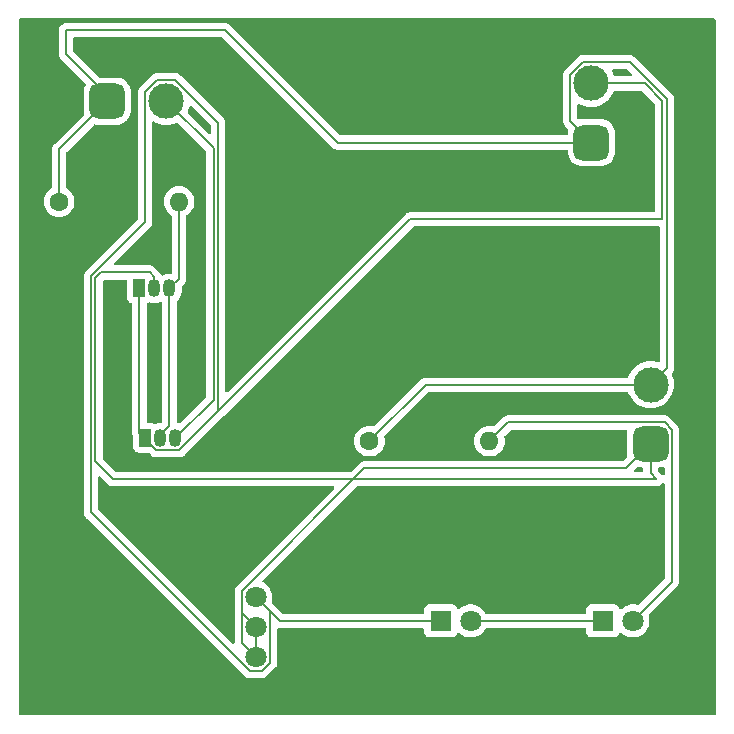
<source format=gbr>
%TF.GenerationSoftware,KiCad,Pcbnew,8.0.8*%
%TF.CreationDate,2025-04-07T00:16:05+05:30*%
%TF.ProjectId,CA-3_PCB,43412d33-5f50-4434-922e-6b696361645f,rev?*%
%TF.SameCoordinates,Original*%
%TF.FileFunction,Copper,L1,Top*%
%TF.FilePolarity,Positive*%
%FSLAX46Y46*%
G04 Gerber Fmt 4.6, Leading zero omitted, Abs format (unit mm)*
G04 Created by KiCad (PCBNEW 8.0.8) date 2025-04-07 00:16:05*
%MOMM*%
%LPD*%
G01*
G04 APERTURE LIST*
G04 Aperture macros list*
%AMRoundRect*
0 Rectangle with rounded corners*
0 $1 Rounding radius*
0 $2 $3 $4 $5 $6 $7 $8 $9 X,Y pos of 4 corners*
0 Add a 4 corners polygon primitive as box body*
4,1,4,$2,$3,$4,$5,$6,$7,$8,$9,$2,$3,0*
0 Add four circle primitives for the rounded corners*
1,1,$1+$1,$2,$3*
1,1,$1+$1,$4,$5*
1,1,$1+$1,$6,$7*
1,1,$1+$1,$8,$9*
0 Add four rect primitives between the rounded corners*
20,1,$1+$1,$2,$3,$4,$5,0*
20,1,$1+$1,$4,$5,$6,$7,0*
20,1,$1+$1,$6,$7,$8,$9,0*
20,1,$1+$1,$8,$9,$2,$3,0*%
G04 Aperture macros list end*
%TA.AperFunction,ComponentPad*%
%ADD10C,1.600000*%
%TD*%
%TA.AperFunction,ComponentPad*%
%ADD11O,1.600000X1.600000*%
%TD*%
%TA.AperFunction,ComponentPad*%
%ADD12R,1.800000X1.800000*%
%TD*%
%TA.AperFunction,ComponentPad*%
%ADD13C,1.800000*%
%TD*%
%TA.AperFunction,ComponentPad*%
%ADD14RoundRect,0.750000X-0.750000X-0.750000X0.750000X-0.750000X0.750000X0.750000X-0.750000X0.750000X0*%
%TD*%
%TA.AperFunction,ComponentPad*%
%ADD15C,3.000000*%
%TD*%
%TA.AperFunction,ComponentPad*%
%ADD16RoundRect,0.750000X0.750000X-0.750000X0.750000X0.750000X-0.750000X0.750000X-0.750000X-0.750000X0*%
%TD*%
%TA.AperFunction,ComponentPad*%
%ADD17R,1.050000X1.500000*%
%TD*%
%TA.AperFunction,ComponentPad*%
%ADD18O,1.050000X1.500000*%
%TD*%
%TA.AperFunction,Conductor*%
%ADD19C,0.200000*%
%TD*%
G04 APERTURE END LIST*
D10*
%TO.P,R2,1*%
%TO.N,Net-(J1-Pin_1)*%
X93920000Y-53000000D03*
D11*
%TO.P,R2,2*%
%TO.N,Net-(Q1-C)*%
X104080000Y-53000000D03*
%TD*%
D12*
%TO.P,D2,1,K*%
%TO.N,Net-(D2-K)*%
X126230000Y-88500000D03*
D13*
%TO.P,D2,2,A*%
%TO.N,Net-(D1-K)*%
X128770000Y-88500000D03*
%TD*%
D14*
%TO.P,J1,1,Pin_1*%
%TO.N,Net-(J1-Pin_1)*%
X98000000Y-44500000D03*
D15*
%TO.P,J1,2,Pin_2*%
%TO.N,Net-(J1-Pin_2)*%
X103000000Y-44500000D03*
%TD*%
D12*
%TO.P,D1,1,K*%
%TO.N,Net-(D1-K)*%
X139960000Y-88500000D03*
D13*
%TO.P,D1,2,A*%
%TO.N,Net-(D1-A)*%
X142500000Y-88500000D03*
%TD*%
D16*
%TO.P,J4,1,Pin_1*%
%TO.N,Net-(J4-Pin_1)*%
X144000000Y-73500000D03*
D15*
%TO.P,J4,2,Pin_2*%
%TO.N,Net-(J1-Pin_1)*%
X144000000Y-68500000D03*
%TD*%
D10*
%TO.P,R3,1*%
%TO.N,Net-(J1-Pin_1)*%
X120200000Y-73280000D03*
D11*
%TO.P,R3,2*%
%TO.N,Net-(D1-A)*%
X130360000Y-73280000D03*
%TD*%
D17*
%TO.P,Q1,1,E*%
%TO.N,Net-(D2-K)*%
X100730000Y-60360000D03*
D18*
%TO.P,Q1,2,B*%
%TO.N,Net-(J4-Pin_1)*%
X102000000Y-60360000D03*
%TO.P,Q1,3,C*%
%TO.N,Net-(Q1-C)*%
X103270000Y-60360000D03*
%TD*%
D17*
%TO.P,Q2,1,E*%
%TO.N,Net-(D2-K)*%
X101230000Y-73000000D03*
D18*
%TO.P,Q2,2,B*%
%TO.N,Net-(Q1-C)*%
X102500000Y-73000000D03*
%TO.P,Q2,3,C*%
%TO.N,Net-(J1-Pin_2)*%
X103770000Y-73000000D03*
%TD*%
D16*
%TO.P,J2,1,Pin_1*%
%TO.N,Net-(J1-Pin_1)*%
X139000000Y-48000000D03*
D15*
%TO.P,J2,2,Pin_2*%
%TO.N,Net-(D2-K)*%
X139000000Y-43000000D03*
%TD*%
D13*
%TO.P,RV1,1,1*%
%TO.N,Net-(D2-K)*%
X110575000Y-86475000D03*
%TO.P,RV1,2,2*%
%TO.N,Net-(J4-Pin_1)*%
X110575000Y-89015000D03*
%TO.P,RV1,3,3*%
X110575000Y-91555000D03*
%TD*%
D19*
%TO.N,Net-(J1-Pin_1)*%
X93920000Y-48580000D02*
X98000000Y-44500000D01*
X93920000Y-53000000D02*
X93920000Y-48580000D01*
%TO.N,Net-(Q1-C)*%
X104080000Y-59550000D02*
X103270000Y-60360000D01*
X104080000Y-53000000D02*
X104080000Y-59550000D01*
%TO.N,Net-(D1-K)*%
X128770000Y-88500000D02*
X139960000Y-88500000D01*
%TO.N,Net-(D1-A)*%
X145184926Y-71700000D02*
X131940000Y-71700000D01*
X145800000Y-85200000D02*
X145800000Y-72315074D01*
X145800000Y-72315074D02*
X145184926Y-71700000D01*
X131940000Y-71700000D02*
X130360000Y-73280000D01*
X142500000Y-88500000D02*
X145800000Y-85200000D01*
%TO.N,Net-(D2-K)*%
X112600000Y-88500000D02*
X110575000Y-86475000D01*
X100730000Y-72621726D02*
X100730000Y-60360000D01*
X102158274Y-74050000D02*
X100730000Y-72621726D01*
X104111726Y-74050000D02*
X102158274Y-74050000D01*
X126230000Y-88500000D02*
X112600000Y-88500000D01*
X100730000Y-72621726D02*
X100730000Y-62000000D01*
%TO.N,Net-(J1-Pin_1)*%
X145400000Y-44334314D02*
X145400000Y-67100000D01*
X145400000Y-67100000D02*
X144000000Y-68500000D01*
X117500000Y-48000000D02*
X139000000Y-48000000D01*
X124980000Y-68500000D02*
X120200000Y-73280000D01*
X144000000Y-68500000D02*
X124980000Y-68500000D01*
%TO.N,Net-(J1-Pin_2)*%
X107000000Y-48500000D02*
X107000000Y-69770000D01*
X103000000Y-44500000D02*
X107000000Y-48500000D01*
X107000000Y-69770000D02*
X103770000Y-73000000D01*
%TO.N,Net-(J4-Pin_1)*%
X109375000Y-90355000D02*
X109375000Y-85977943D01*
X144000000Y-76000000D02*
X144000000Y-73500000D01*
X97500000Y-59000000D02*
X97000000Y-59500000D01*
X119752943Y-75600000D02*
X141900000Y-75600000D01*
X102000000Y-59410000D02*
X101590000Y-59000000D01*
X97000000Y-59500000D02*
X97000000Y-75000000D01*
X141900000Y-75600000D02*
X144000000Y-73500000D01*
X109375000Y-87815000D02*
X109375000Y-85977943D01*
X144500000Y-76500000D02*
X144000000Y-76000000D01*
X109375000Y-85977943D02*
X119752943Y-75600000D01*
X110575000Y-91555000D02*
X109375000Y-90355000D01*
X102000000Y-60360000D02*
X102000000Y-59410000D01*
X98500000Y-76500000D02*
X144500000Y-76500000D01*
X97000000Y-75000000D02*
X98500000Y-76500000D01*
X110575000Y-89015000D02*
X109375000Y-87815000D01*
X101590000Y-59000000D02*
X97500000Y-59000000D01*
X110575000Y-91555000D02*
X110575000Y-89015000D01*
%TO.N,Net-(Q1-C)*%
X103270000Y-72005000D02*
X103270000Y-60360000D01*
X102500000Y-72775000D02*
X103270000Y-72005000D01*
X102500000Y-73000000D02*
X102500000Y-72775000D01*
%TO.N,Net-(D2-K)*%
X145000000Y-54500000D02*
X123661726Y-54500000D01*
X123661726Y-54500000D02*
X104111726Y-74050000D01*
X145000000Y-44500000D02*
X145000000Y-54500000D01*
X143500000Y-43000000D02*
X145000000Y-44500000D01*
X139000000Y-43000000D02*
X143500000Y-43000000D01*
%TO.N,Net-(J1-Pin_1)*%
X137200000Y-46200000D02*
X137200000Y-42254415D01*
X138254415Y-41200000D02*
X142265686Y-41200000D01*
X137200000Y-42254415D02*
X138254415Y-41200000D01*
X142265686Y-41200000D02*
X145400000Y-44334314D01*
X139000000Y-48000000D02*
X137200000Y-46200000D01*
X108000000Y-38500000D02*
X117500000Y-48000000D01*
X94500000Y-38500000D02*
X108000000Y-38500000D01*
X94500000Y-40500000D02*
X94500000Y-38500000D01*
X98000000Y-44500000D02*
X98000000Y-44000000D01*
X98000000Y-44000000D02*
X94500000Y-40500000D01*
%TO.N,Net-(D2-K)*%
X107400000Y-46354415D02*
X107400000Y-70761726D01*
X103745585Y-42700000D02*
X107400000Y-46354415D01*
X107400000Y-70761726D02*
X104111726Y-74050000D01*
X102254415Y-42700000D02*
X103745585Y-42700000D01*
X101200000Y-43754415D02*
X102254415Y-42700000D01*
X96600000Y-79277057D02*
X96600000Y-59334314D01*
X110077943Y-92755000D02*
X96600000Y-79277057D01*
X101200000Y-54734314D02*
X101200000Y-43754415D01*
X111072057Y-92755000D02*
X110077943Y-92755000D01*
X111775000Y-87675000D02*
X111775000Y-92052057D01*
X111775000Y-92052057D02*
X111072057Y-92755000D01*
X110575000Y-86475000D02*
X111775000Y-87675000D01*
X96600000Y-59334314D02*
X101200000Y-54734314D01*
%TD*%
%TA.AperFunction,NonConductor*%
G36*
X149442539Y-37520185D02*
G01*
X149488294Y-37572989D01*
X149499500Y-37624500D01*
X149499500Y-96375500D01*
X149479815Y-96442539D01*
X149427011Y-96488294D01*
X149375500Y-96499500D01*
X90624500Y-96499500D01*
X90557461Y-96479815D01*
X90511706Y-96427011D01*
X90500500Y-96375500D01*
X90500500Y-52999998D01*
X92614532Y-52999998D01*
X92614532Y-53000001D01*
X92634364Y-53226686D01*
X92634366Y-53226697D01*
X92693258Y-53446488D01*
X92693261Y-53446497D01*
X92789431Y-53652732D01*
X92789432Y-53652734D01*
X92919954Y-53839141D01*
X93080858Y-54000045D01*
X93080861Y-54000047D01*
X93267266Y-54130568D01*
X93473504Y-54226739D01*
X93693308Y-54285635D01*
X93855230Y-54299801D01*
X93919998Y-54305468D01*
X93920000Y-54305468D01*
X93920002Y-54305468D01*
X93976673Y-54300509D01*
X94146692Y-54285635D01*
X94366496Y-54226739D01*
X94572734Y-54130568D01*
X94759139Y-54000047D01*
X94920047Y-53839139D01*
X95050568Y-53652734D01*
X95146739Y-53446496D01*
X95205635Y-53226692D01*
X95225468Y-53000000D01*
X95205635Y-52773308D01*
X95146739Y-52553504D01*
X95050568Y-52347266D01*
X94920047Y-52160861D01*
X94920045Y-52160858D01*
X94759140Y-51999953D01*
X94573377Y-51869881D01*
X94529752Y-51815304D01*
X94520500Y-51768306D01*
X94520500Y-48880096D01*
X94540185Y-48813057D01*
X94556814Y-48792420D01*
X96848523Y-46500710D01*
X96909844Y-46467227D01*
X96966500Y-46468152D01*
X97053579Y-46490094D01*
X97053581Y-46490094D01*
X97053588Y-46490096D01*
X97185783Y-46500500D01*
X98814216Y-46500499D01*
X98946412Y-46490096D01*
X99164683Y-46435096D01*
X99369626Y-46342007D01*
X99554654Y-46213819D01*
X99713819Y-46054654D01*
X99842007Y-45869626D01*
X99935096Y-45664683D01*
X99990096Y-45446412D01*
X100000500Y-45314217D01*
X100000499Y-43685784D01*
X99990096Y-43553588D01*
X99935096Y-43335317D01*
X99842007Y-43130374D01*
X99713819Y-42945346D01*
X99554654Y-42786181D01*
X99554650Y-42786178D01*
X99554645Y-42786174D01*
X99369632Y-42657997D01*
X99369630Y-42657995D01*
X99369626Y-42657993D01*
X99164683Y-42564904D01*
X99164681Y-42564903D01*
X99164678Y-42564902D01*
X98946420Y-42509905D01*
X98946413Y-42509904D01*
X98814222Y-42499500D01*
X98814217Y-42499500D01*
X97400097Y-42499500D01*
X97333058Y-42479815D01*
X97312416Y-42463181D01*
X95136819Y-40287584D01*
X95103334Y-40226261D01*
X95100500Y-40199903D01*
X95100500Y-39224500D01*
X95120185Y-39157461D01*
X95172989Y-39111706D01*
X95224500Y-39100500D01*
X107699903Y-39100500D01*
X107766942Y-39120185D01*
X107787584Y-39136819D01*
X117015139Y-48364374D01*
X117015149Y-48364385D01*
X117019479Y-48368715D01*
X117019480Y-48368716D01*
X117131284Y-48480520D01*
X117218095Y-48530639D01*
X117218097Y-48530641D01*
X117256151Y-48552611D01*
X117268215Y-48559577D01*
X117420943Y-48600501D01*
X117420946Y-48600501D01*
X117586653Y-48600501D01*
X117586669Y-48600500D01*
X136875501Y-48600500D01*
X136942540Y-48620185D01*
X136988295Y-48672989D01*
X136999501Y-48724500D01*
X136999501Y-48814223D01*
X137009904Y-48946413D01*
X137009905Y-48946420D01*
X137064902Y-49164678D01*
X137064903Y-49164681D01*
X137157991Y-49369622D01*
X137157997Y-49369632D01*
X137286174Y-49554645D01*
X137286178Y-49554650D01*
X137286181Y-49554654D01*
X137445346Y-49713819D01*
X137445350Y-49713822D01*
X137445354Y-49713825D01*
X137584603Y-49810297D01*
X137630374Y-49842007D01*
X137835317Y-49935096D01*
X137835321Y-49935097D01*
X138053579Y-49990094D01*
X138053581Y-49990094D01*
X138053588Y-49990096D01*
X138185783Y-50000500D01*
X139814216Y-50000499D01*
X139946412Y-49990096D01*
X140164683Y-49935096D01*
X140369626Y-49842007D01*
X140554654Y-49713819D01*
X140713819Y-49554654D01*
X140842007Y-49369626D01*
X140935096Y-49164683D01*
X140990096Y-48946412D01*
X141000500Y-48814217D01*
X141000499Y-47185784D01*
X140990096Y-47053588D01*
X140935096Y-46835317D01*
X140842007Y-46630374D01*
X140752029Y-46500499D01*
X140713825Y-46445354D01*
X140713822Y-46445350D01*
X140713819Y-46445346D01*
X140554654Y-46286181D01*
X140554650Y-46286178D01*
X140554645Y-46286174D01*
X140369632Y-46157997D01*
X140369630Y-46157995D01*
X140369626Y-46157993D01*
X140291771Y-46122630D01*
X140164681Y-46064903D01*
X140164678Y-46064902D01*
X139946420Y-46009905D01*
X139946413Y-46009904D01*
X139902347Y-46006436D01*
X139814217Y-45999500D01*
X139814215Y-45999500D01*
X138185791Y-45999500D01*
X138185776Y-45999501D01*
X138053587Y-46009904D01*
X138053584Y-46009904D01*
X137966498Y-46031847D01*
X137896681Y-46029138D01*
X137848521Y-45999286D01*
X137836819Y-45987584D01*
X137803334Y-45926261D01*
X137800500Y-45899903D01*
X137800500Y-44833321D01*
X137820185Y-44766282D01*
X137872989Y-44720527D01*
X137942147Y-44710583D01*
X137983927Y-44724489D01*
X138166833Y-44824364D01*
X138166832Y-44824364D01*
X138166836Y-44824365D01*
X138166839Y-44824367D01*
X138434954Y-44924369D01*
X138434960Y-44924370D01*
X138434962Y-44924371D01*
X138714566Y-44985195D01*
X138714568Y-44985195D01*
X138714572Y-44985196D01*
X138968220Y-45003337D01*
X138999999Y-45005610D01*
X139000000Y-45005610D01*
X139000001Y-45005610D01*
X139028595Y-45003564D01*
X139285428Y-44985196D01*
X139565046Y-44924369D01*
X139833161Y-44824367D01*
X140084315Y-44687226D01*
X140313395Y-44515739D01*
X140515739Y-44313395D01*
X140687226Y-44084315D01*
X140824367Y-43833161D01*
X140881058Y-43681165D01*
X140922930Y-43625233D01*
X140988394Y-43600816D01*
X140997240Y-43600500D01*
X143199903Y-43600500D01*
X143266942Y-43620185D01*
X143287584Y-43636819D01*
X144363181Y-44712416D01*
X144396666Y-44773739D01*
X144399500Y-44800097D01*
X144399500Y-53775500D01*
X144379815Y-53842539D01*
X144327011Y-53888294D01*
X144275500Y-53899500D01*
X123740783Y-53899500D01*
X123582669Y-53899500D01*
X123429941Y-53940423D01*
X123429940Y-53940423D01*
X123429938Y-53940424D01*
X123429935Y-53940425D01*
X123379822Y-53969359D01*
X123379821Y-53969360D01*
X123336415Y-53994420D01*
X123293011Y-54019479D01*
X123293008Y-54019481D01*
X108212181Y-69100309D01*
X108150858Y-69133794D01*
X108081166Y-69128810D01*
X108025233Y-69086938D01*
X108000816Y-69021474D01*
X108000500Y-69012628D01*
X108000500Y-46275360D01*
X108000500Y-46275358D01*
X107959577Y-46122631D01*
X107959577Y-46122630D01*
X107897863Y-46015739D01*
X107880520Y-45985699D01*
X107880518Y-45985697D01*
X107880517Y-45985695D01*
X107764397Y-45869575D01*
X107764374Y-45869554D01*
X104233175Y-42338355D01*
X104233173Y-42338352D01*
X104114302Y-42219481D01*
X104114301Y-42219480D01*
X104023123Y-42166839D01*
X104023122Y-42166838D01*
X103977368Y-42140422D01*
X103921466Y-42125443D01*
X103824642Y-42099499D01*
X103666528Y-42099499D01*
X103658932Y-42099499D01*
X103658916Y-42099500D01*
X102341084Y-42099500D01*
X102341068Y-42099499D01*
X102333472Y-42099499D01*
X102175358Y-42099499D01*
X102095425Y-42120917D01*
X102022631Y-42140422D01*
X101976875Y-42166840D01*
X101976874Y-42166839D01*
X101885702Y-42219477D01*
X101885697Y-42219481D01*
X100719481Y-43385697D01*
X100719479Y-43385700D01*
X100669361Y-43472509D01*
X100669359Y-43472511D01*
X100640425Y-43522624D01*
X100640424Y-43522625D01*
X100640423Y-43522630D01*
X100599499Y-43675358D01*
X100599499Y-43675360D01*
X100599499Y-43843461D01*
X100599500Y-43843474D01*
X100599500Y-54434216D01*
X100579815Y-54501255D01*
X100563181Y-54521897D01*
X96119481Y-58965596D01*
X96119479Y-58965599D01*
X96097631Y-59003441D01*
X96075783Y-59041284D01*
X96040423Y-59102529D01*
X95999499Y-59255257D01*
X95999499Y-59255259D01*
X95999499Y-59423360D01*
X95999500Y-59423373D01*
X95999500Y-79190387D01*
X95999499Y-79190405D01*
X95999499Y-79356111D01*
X95999498Y-79356111D01*
X96040423Y-79508842D01*
X96069358Y-79558957D01*
X96069359Y-79558961D01*
X96069360Y-79558961D01*
X96119479Y-79645771D01*
X96119481Y-79645774D01*
X96238349Y-79764642D01*
X96238354Y-79764646D01*
X109709227Y-93235520D01*
X109846158Y-93314577D01*
X109998886Y-93355501D01*
X109998889Y-93355501D01*
X110164597Y-93355501D01*
X110164613Y-93355500D01*
X110985388Y-93355500D01*
X110985404Y-93355501D01*
X110993000Y-93355501D01*
X111151111Y-93355501D01*
X111151114Y-93355501D01*
X111303842Y-93314577D01*
X111353961Y-93285639D01*
X111440773Y-93235520D01*
X111552577Y-93123716D01*
X111552577Y-93123714D01*
X111562785Y-93113507D01*
X111562786Y-93113504D01*
X112255520Y-92420773D01*
X112334577Y-92283841D01*
X112375501Y-92131114D01*
X112375501Y-91972999D01*
X112375501Y-91965404D01*
X112375500Y-91965386D01*
X112375500Y-89222747D01*
X112395185Y-89155708D01*
X112447989Y-89109953D01*
X112515687Y-89099808D01*
X112520941Y-89100499D01*
X112520942Y-89100500D01*
X112520943Y-89100500D01*
X124705501Y-89100500D01*
X124772540Y-89120185D01*
X124818295Y-89172989D01*
X124829501Y-89224500D01*
X124829501Y-89447876D01*
X124835908Y-89507483D01*
X124886202Y-89642328D01*
X124886206Y-89642335D01*
X124972452Y-89757544D01*
X124972455Y-89757547D01*
X125087664Y-89843793D01*
X125087671Y-89843797D01*
X125222517Y-89894091D01*
X125222516Y-89894091D01*
X125229444Y-89894835D01*
X125282127Y-89900500D01*
X127177872Y-89900499D01*
X127237483Y-89894091D01*
X127372331Y-89843796D01*
X127487546Y-89757546D01*
X127573796Y-89642331D01*
X127602455Y-89565493D01*
X127644326Y-89509559D01*
X127709790Y-89485141D01*
X127778063Y-89499992D01*
X127809866Y-89524843D01*
X127817302Y-89532920D01*
X127818215Y-89533912D01*
X127818222Y-89533918D01*
X128001365Y-89676464D01*
X128001371Y-89676468D01*
X128001374Y-89676470D01*
X128205497Y-89786936D01*
X128319487Y-89826068D01*
X128425015Y-89862297D01*
X128425017Y-89862297D01*
X128425019Y-89862298D01*
X128653951Y-89900500D01*
X128653952Y-89900500D01*
X128886048Y-89900500D01*
X128886049Y-89900500D01*
X129114981Y-89862298D01*
X129334503Y-89786936D01*
X129538626Y-89676470D01*
X129721784Y-89533913D01*
X129878979Y-89363153D01*
X130005924Y-89168849D01*
X130005926Y-89168843D01*
X130007747Y-89165481D01*
X130056967Y-89115891D01*
X130116801Y-89100500D01*
X138435501Y-89100500D01*
X138502540Y-89120185D01*
X138548295Y-89172989D01*
X138559501Y-89224500D01*
X138559501Y-89447876D01*
X138565908Y-89507483D01*
X138616202Y-89642328D01*
X138616206Y-89642335D01*
X138702452Y-89757544D01*
X138702455Y-89757547D01*
X138817664Y-89843793D01*
X138817671Y-89843797D01*
X138952517Y-89894091D01*
X138952516Y-89894091D01*
X138959444Y-89894835D01*
X139012127Y-89900500D01*
X140907872Y-89900499D01*
X140967483Y-89894091D01*
X141102331Y-89843796D01*
X141217546Y-89757546D01*
X141303796Y-89642331D01*
X141332455Y-89565493D01*
X141374326Y-89509559D01*
X141439790Y-89485141D01*
X141508063Y-89499992D01*
X141539866Y-89524843D01*
X141547302Y-89532920D01*
X141548215Y-89533912D01*
X141548222Y-89533918D01*
X141731365Y-89676464D01*
X141731371Y-89676468D01*
X141731374Y-89676470D01*
X141935497Y-89786936D01*
X142049487Y-89826068D01*
X142155015Y-89862297D01*
X142155017Y-89862297D01*
X142155019Y-89862298D01*
X142383951Y-89900500D01*
X142383952Y-89900500D01*
X142616048Y-89900500D01*
X142616049Y-89900500D01*
X142844981Y-89862298D01*
X143064503Y-89786936D01*
X143268626Y-89676470D01*
X143451784Y-89533913D01*
X143608979Y-89363153D01*
X143735924Y-89168849D01*
X143829157Y-88956300D01*
X143886134Y-88731305D01*
X143905300Y-88500000D01*
X143905300Y-88499993D01*
X143886135Y-88268702D01*
X143886131Y-88268682D01*
X143841680Y-88093151D01*
X143844304Y-88023331D01*
X143874202Y-87975031D01*
X146280520Y-85568716D01*
X146359577Y-85431784D01*
X146400501Y-85279057D01*
X146400501Y-85120942D01*
X146400501Y-85113347D01*
X146400500Y-85113329D01*
X146400500Y-72404133D01*
X146400501Y-72404120D01*
X146400501Y-72236019D01*
X146400501Y-72236017D01*
X146359577Y-72083289D01*
X146323744Y-72021225D01*
X146280520Y-71946358D01*
X146168716Y-71834554D01*
X146168715Y-71834553D01*
X146164385Y-71830223D01*
X146164374Y-71830213D01*
X145672516Y-71338355D01*
X145672514Y-71338352D01*
X145553643Y-71219481D01*
X145553642Y-71219480D01*
X145466830Y-71169360D01*
X145466830Y-71169359D01*
X145466826Y-71169358D01*
X145416711Y-71140423D01*
X145263983Y-71099499D01*
X145105869Y-71099499D01*
X145098273Y-71099499D01*
X145098257Y-71099500D01*
X131860940Y-71099500D01*
X131820019Y-71110464D01*
X131820019Y-71110465D01*
X131783587Y-71120227D01*
X131708214Y-71140423D01*
X131708209Y-71140426D01*
X131571290Y-71219475D01*
X131571282Y-71219481D01*
X131459478Y-71331286D01*
X130802705Y-71988058D01*
X130741382Y-72021543D01*
X130682931Y-72020152D01*
X130586697Y-71994366D01*
X130586693Y-71994365D01*
X130586692Y-71994365D01*
X130586691Y-71994364D01*
X130586686Y-71994364D01*
X130360002Y-71974532D01*
X130359998Y-71974532D01*
X130133313Y-71994364D01*
X130133302Y-71994366D01*
X129913511Y-72053258D01*
X129913502Y-72053261D01*
X129707267Y-72149431D01*
X129707265Y-72149432D01*
X129520858Y-72279954D01*
X129359954Y-72440858D01*
X129229432Y-72627265D01*
X129229431Y-72627267D01*
X129133261Y-72833502D01*
X129133258Y-72833511D01*
X129074366Y-73053302D01*
X129074364Y-73053313D01*
X129054532Y-73279998D01*
X129054532Y-73280001D01*
X129074364Y-73506686D01*
X129074366Y-73506697D01*
X129133258Y-73726488D01*
X129133261Y-73726497D01*
X129229431Y-73932732D01*
X129229432Y-73932734D01*
X129359954Y-74119141D01*
X129520858Y-74280045D01*
X129520861Y-74280047D01*
X129707266Y-74410568D01*
X129913504Y-74506739D01*
X130133308Y-74565635D01*
X130295230Y-74579801D01*
X130359998Y-74585468D01*
X130360000Y-74585468D01*
X130360002Y-74585468D01*
X130416673Y-74580509D01*
X130586692Y-74565635D01*
X130806496Y-74506739D01*
X131012734Y-74410568D01*
X131199139Y-74280047D01*
X131360047Y-74119139D01*
X131490568Y-73932734D01*
X131586739Y-73726496D01*
X131645635Y-73506692D01*
X131665468Y-73280000D01*
X131645635Y-73053308D01*
X131619847Y-72957066D01*
X131621510Y-72887217D01*
X131651939Y-72837294D01*
X132152416Y-72336819D01*
X132213739Y-72303334D01*
X132240097Y-72300500D01*
X141914555Y-72300500D01*
X141981594Y-72320185D01*
X142027349Y-72372989D01*
X142037293Y-72442147D01*
X142034797Y-72454798D01*
X142009904Y-72553588D01*
X141999500Y-72685777D01*
X141999500Y-74314208D01*
X141999501Y-74314223D01*
X142009904Y-74446413D01*
X142031847Y-74533499D01*
X142029139Y-74603317D01*
X141999286Y-74651477D01*
X141687582Y-74963182D01*
X141626261Y-74996666D01*
X141599903Y-74999500D01*
X119839613Y-74999500D01*
X119839597Y-74999499D01*
X119832001Y-74999499D01*
X119673886Y-74999499D01*
X119597522Y-75019961D01*
X119521157Y-75040423D01*
X119521152Y-75040426D01*
X119384233Y-75119475D01*
X119384225Y-75119481D01*
X118640526Y-75863181D01*
X118579203Y-75896666D01*
X118552845Y-75899500D01*
X98800097Y-75899500D01*
X98733058Y-75879815D01*
X98712416Y-75863181D01*
X97636819Y-74787584D01*
X97603334Y-74726261D01*
X97600500Y-74699903D01*
X97600500Y-59800098D01*
X97620185Y-59733059D01*
X97636819Y-59712416D01*
X97712418Y-59636818D01*
X97773742Y-59603334D01*
X97800099Y-59600500D01*
X99580500Y-59600500D01*
X99647539Y-59620185D01*
X99693294Y-59672989D01*
X99704500Y-59724500D01*
X99704500Y-61157870D01*
X99704501Y-61157876D01*
X99710908Y-61217483D01*
X99761202Y-61352328D01*
X99761206Y-61352335D01*
X99847452Y-61467544D01*
X99847455Y-61467547D01*
X99962664Y-61553793D01*
X99962671Y-61553797D01*
X100048833Y-61585933D01*
X100104766Y-61627804D01*
X100129184Y-61693268D01*
X100129500Y-61702115D01*
X100129500Y-72535056D01*
X100129499Y-72535074D01*
X100129499Y-72700780D01*
X100129498Y-72700780D01*
X100170424Y-72853513D01*
X100187886Y-72883757D01*
X100204500Y-72945759D01*
X100204500Y-73797870D01*
X100204501Y-73797876D01*
X100210908Y-73857483D01*
X100261202Y-73992328D01*
X100261206Y-73992335D01*
X100347452Y-74107544D01*
X100347455Y-74107547D01*
X100462664Y-74193793D01*
X100462671Y-74193797D01*
X100597517Y-74244091D01*
X100597516Y-74244091D01*
X100604444Y-74244835D01*
X100657127Y-74250500D01*
X101458176Y-74250499D01*
X101525215Y-74270183D01*
X101545857Y-74286818D01*
X101673413Y-74414374D01*
X101673423Y-74414385D01*
X101677753Y-74418715D01*
X101677754Y-74418716D01*
X101789558Y-74530520D01*
X101789560Y-74530521D01*
X101789564Y-74530524D01*
X101912890Y-74601725D01*
X101926490Y-74609577D01*
X102038293Y-74639534D01*
X102079216Y-74650500D01*
X102079217Y-74650500D01*
X104025057Y-74650500D01*
X104025073Y-74650501D01*
X104032669Y-74650501D01*
X104190780Y-74650501D01*
X104190783Y-74650501D01*
X104343511Y-74609577D01*
X104419620Y-74565635D01*
X104480442Y-74530520D01*
X104592246Y-74418716D01*
X104592246Y-74418714D01*
X104602450Y-74408511D01*
X104602453Y-74408506D01*
X107880520Y-71130442D01*
X107880520Y-71130440D01*
X107890724Y-71120237D01*
X107890727Y-71120232D01*
X123874142Y-55136819D01*
X123935465Y-55103334D01*
X123961823Y-55100500D01*
X144675500Y-55100500D01*
X144742539Y-55120185D01*
X144788294Y-55172989D01*
X144799500Y-55224500D01*
X144799500Y-66484484D01*
X144779815Y-66551523D01*
X144727011Y-66597278D01*
X144657853Y-66607222D01*
X144632167Y-66600666D01*
X144565046Y-66575631D01*
X144565042Y-66575630D01*
X144565039Y-66575629D01*
X144285433Y-66514804D01*
X144000001Y-66494390D01*
X143999999Y-66494390D01*
X143714566Y-66514804D01*
X143434962Y-66575628D01*
X143166833Y-66675635D01*
X142915690Y-66812770D01*
X142915682Y-66812775D01*
X142686612Y-66984254D01*
X142686594Y-66984270D01*
X142484270Y-67186594D01*
X142484254Y-67186612D01*
X142312775Y-67415682D01*
X142312770Y-67415690D01*
X142175635Y-67666833D01*
X142118942Y-67818834D01*
X142077070Y-67874767D01*
X142011606Y-67899184D01*
X142002760Y-67899500D01*
X125066669Y-67899500D01*
X125066653Y-67899499D01*
X125059057Y-67899499D01*
X124900943Y-67899499D01*
X124821010Y-67920917D01*
X124748216Y-67940422D01*
X124710159Y-67962395D01*
X124710158Y-67962394D01*
X124611287Y-68019477D01*
X124611282Y-68019481D01*
X124499478Y-68131286D01*
X120642705Y-71988058D01*
X120581382Y-72021543D01*
X120522931Y-72020152D01*
X120426697Y-71994366D01*
X120426693Y-71994365D01*
X120426692Y-71994365D01*
X120426691Y-71994364D01*
X120426686Y-71994364D01*
X120200002Y-71974532D01*
X120199998Y-71974532D01*
X119973313Y-71994364D01*
X119973302Y-71994366D01*
X119753511Y-72053258D01*
X119753502Y-72053261D01*
X119547267Y-72149431D01*
X119547265Y-72149432D01*
X119360858Y-72279954D01*
X119199954Y-72440858D01*
X119069432Y-72627265D01*
X119069431Y-72627267D01*
X118973261Y-72833502D01*
X118973258Y-72833511D01*
X118914366Y-73053302D01*
X118914364Y-73053313D01*
X118894532Y-73279998D01*
X118894532Y-73280001D01*
X118914364Y-73506686D01*
X118914366Y-73506697D01*
X118973258Y-73726488D01*
X118973261Y-73726497D01*
X119069431Y-73932732D01*
X119069432Y-73932734D01*
X119199954Y-74119141D01*
X119360858Y-74280045D01*
X119360861Y-74280047D01*
X119547266Y-74410568D01*
X119753504Y-74506739D01*
X119973308Y-74565635D01*
X120135230Y-74579801D01*
X120199998Y-74585468D01*
X120200000Y-74585468D01*
X120200002Y-74585468D01*
X120256673Y-74580509D01*
X120426692Y-74565635D01*
X120646496Y-74506739D01*
X120852734Y-74410568D01*
X121039139Y-74280047D01*
X121200047Y-74119139D01*
X121330568Y-73932734D01*
X121426739Y-73726496D01*
X121485635Y-73506692D01*
X121505468Y-73280000D01*
X121485635Y-73053308D01*
X121459847Y-72957066D01*
X121461510Y-72887217D01*
X121491939Y-72837294D01*
X125192416Y-69136819D01*
X125253739Y-69103334D01*
X125280097Y-69100500D01*
X142002760Y-69100500D01*
X142069799Y-69120185D01*
X142115554Y-69172989D01*
X142118942Y-69181166D01*
X142175635Y-69333166D01*
X142312770Y-69584309D01*
X142312775Y-69584317D01*
X142484254Y-69813387D01*
X142484270Y-69813405D01*
X142686594Y-70015729D01*
X142686612Y-70015745D01*
X142915682Y-70187224D01*
X142915690Y-70187229D01*
X143166833Y-70324364D01*
X143166832Y-70324364D01*
X143166836Y-70324365D01*
X143166839Y-70324367D01*
X143434954Y-70424369D01*
X143434960Y-70424370D01*
X143434962Y-70424371D01*
X143714566Y-70485195D01*
X143714568Y-70485195D01*
X143714572Y-70485196D01*
X143968220Y-70503337D01*
X143999999Y-70505610D01*
X144000000Y-70505610D01*
X144000001Y-70505610D01*
X144028595Y-70503564D01*
X144285428Y-70485196D01*
X144565046Y-70424369D01*
X144833161Y-70324367D01*
X145084315Y-70187226D01*
X145313395Y-70015739D01*
X145515739Y-69813395D01*
X145687226Y-69584315D01*
X145824367Y-69333161D01*
X145924369Y-69065046D01*
X145924371Y-69065037D01*
X145985195Y-68785433D01*
X145985195Y-68785432D01*
X145985196Y-68785428D01*
X146005610Y-68500000D01*
X145985196Y-68214572D01*
X145967078Y-68131286D01*
X145924371Y-67934962D01*
X145924370Y-67934960D01*
X145924369Y-67934954D01*
X145824367Y-67666839D01*
X145818710Y-67656480D01*
X145803859Y-67588209D01*
X145828275Y-67522745D01*
X145839858Y-67509376D01*
X145880520Y-67468716D01*
X145930639Y-67381904D01*
X145959577Y-67331785D01*
X146000501Y-67179057D01*
X146000501Y-67020943D01*
X146000501Y-67013348D01*
X146000500Y-67013330D01*
X146000500Y-44255257D01*
X145995054Y-44234935D01*
X145995053Y-44234930D01*
X145985108Y-44197814D01*
X145985108Y-44197815D01*
X145959577Y-44102530D01*
X145959575Y-44102526D01*
X145959574Y-44102523D01*
X145880524Y-43965604D01*
X145880521Y-43965600D01*
X145880520Y-43965598D01*
X145768716Y-43853794D01*
X145768715Y-43853793D01*
X145764385Y-43849463D01*
X145764374Y-43849453D01*
X142753276Y-40838355D01*
X142753274Y-40838352D01*
X142634403Y-40719481D01*
X142634402Y-40719480D01*
X142547590Y-40669360D01*
X142547590Y-40669359D01*
X142547586Y-40669358D01*
X142497471Y-40640423D01*
X142344743Y-40599499D01*
X142186629Y-40599499D01*
X142179033Y-40599499D01*
X142179017Y-40599500D01*
X138341084Y-40599500D01*
X138341068Y-40599499D01*
X138333472Y-40599499D01*
X138175358Y-40599499D01*
X138068002Y-40628265D01*
X138022625Y-40640424D01*
X138022624Y-40640425D01*
X137972511Y-40669359D01*
X137972510Y-40669360D01*
X137929104Y-40694420D01*
X137885700Y-40719479D01*
X137885697Y-40719481D01*
X136719481Y-41885697D01*
X136719479Y-41885700D01*
X136669361Y-41972509D01*
X136669359Y-41972511D01*
X136640425Y-42022624D01*
X136640424Y-42022625D01*
X136640423Y-42022630D01*
X136599499Y-42175358D01*
X136599499Y-42175360D01*
X136599499Y-42343461D01*
X136599500Y-42343474D01*
X136599500Y-46113330D01*
X136599499Y-46113348D01*
X136599499Y-46279054D01*
X136599498Y-46279054D01*
X136599499Y-46279057D01*
X136638436Y-46424371D01*
X136640424Y-46431788D01*
X136642338Y-46435103D01*
X136642340Y-46435105D01*
X136719477Y-46568712D01*
X136719481Y-46568717D01*
X136838349Y-46687585D01*
X136838355Y-46687590D01*
X136999286Y-46848521D01*
X137032771Y-46909844D01*
X137031847Y-46966498D01*
X137009904Y-47053584D01*
X137009904Y-47053586D01*
X136999500Y-47185777D01*
X136999500Y-47275500D01*
X136979815Y-47342539D01*
X136927011Y-47388294D01*
X136875500Y-47399500D01*
X117800097Y-47399500D01*
X117733058Y-47379815D01*
X117712416Y-47363181D01*
X108487590Y-38138355D01*
X108487588Y-38138352D01*
X108368717Y-38019481D01*
X108368716Y-38019480D01*
X108281904Y-37969360D01*
X108281904Y-37969359D01*
X108281900Y-37969358D01*
X108231785Y-37940423D01*
X108079057Y-37899499D01*
X107920943Y-37899499D01*
X107913347Y-37899499D01*
X107913331Y-37899500D01*
X94420943Y-37899500D01*
X94268216Y-37940423D01*
X94268209Y-37940426D01*
X94131290Y-38019475D01*
X94131282Y-38019481D01*
X94019481Y-38131282D01*
X94019475Y-38131290D01*
X93940426Y-38268209D01*
X93940423Y-38268216D01*
X93899500Y-38420943D01*
X93899500Y-40413330D01*
X93899499Y-40413348D01*
X93899499Y-40579054D01*
X93899498Y-40579054D01*
X93940423Y-40731785D01*
X93969358Y-40781900D01*
X93969359Y-40781904D01*
X93969360Y-40781904D01*
X94019479Y-40868714D01*
X94019481Y-40868717D01*
X94138349Y-40987585D01*
X94138355Y-40987590D01*
X96135812Y-42985047D01*
X96169297Y-43046370D01*
X96164313Y-43116062D01*
X96160054Y-43125194D01*
X96160296Y-43125304D01*
X96064903Y-43335318D01*
X96064902Y-43335321D01*
X96009905Y-43553579D01*
X96009904Y-43553586D01*
X95999500Y-43685777D01*
X95999500Y-45314208D01*
X95999501Y-45314223D01*
X96009904Y-45446413D01*
X96031847Y-45533499D01*
X96029139Y-45603317D01*
X95999286Y-45651477D01*
X93551286Y-48099478D01*
X93439481Y-48211282D01*
X93439479Y-48211285D01*
X93406612Y-48268214D01*
X93406611Y-48268216D01*
X93360423Y-48348214D01*
X93360423Y-48348215D01*
X93319499Y-48500943D01*
X93319499Y-48500945D01*
X93319499Y-48669046D01*
X93319500Y-48669059D01*
X93319500Y-51768306D01*
X93299815Y-51835345D01*
X93266623Y-51869881D01*
X93080859Y-51999953D01*
X92919954Y-52160858D01*
X92789432Y-52347265D01*
X92789431Y-52347267D01*
X92693261Y-52553502D01*
X92693258Y-52553511D01*
X92634366Y-52773302D01*
X92634364Y-52773313D01*
X92614532Y-52999998D01*
X90500500Y-52999998D01*
X90500500Y-37624500D01*
X90520185Y-37557461D01*
X90572989Y-37511706D01*
X90624500Y-37500500D01*
X149375500Y-37500500D01*
X149442539Y-37520185D01*
G37*
%TD.AperFunction*%
%TA.AperFunction,NonConductor*%
G36*
X142032628Y-41820185D02*
G01*
X142053270Y-41836819D01*
X142404270Y-42187819D01*
X142437755Y-42249142D01*
X142432771Y-42318834D01*
X142390899Y-42374767D01*
X142325435Y-42399184D01*
X142316589Y-42399500D01*
X140997240Y-42399500D01*
X140930201Y-42379815D01*
X140884446Y-42327011D01*
X140881058Y-42318834D01*
X140844001Y-42219480D01*
X140824367Y-42166839D01*
X140809943Y-42140423D01*
X140724490Y-41983927D01*
X140709638Y-41915654D01*
X140734055Y-41850190D01*
X140789988Y-41808318D01*
X140833322Y-41800500D01*
X141965589Y-41800500D01*
X142032628Y-41820185D01*
G37*
%TD.AperFunction*%
%TA.AperFunction,NonConductor*%
G36*
X105100812Y-44920310D02*
G01*
X105145161Y-44948811D01*
X106763181Y-46566831D01*
X106796666Y-46628154D01*
X106799500Y-46654512D01*
X106799500Y-47150903D01*
X106779815Y-47217942D01*
X106727011Y-47263697D01*
X106657853Y-47273641D01*
X106594297Y-47244616D01*
X106587819Y-47238584D01*
X104839862Y-45490627D01*
X104806377Y-45429304D01*
X104811361Y-45359612D01*
X104818708Y-45343523D01*
X104824367Y-45333161D01*
X104924369Y-45065046D01*
X104936314Y-45010134D01*
X104969798Y-44948812D01*
X105031121Y-44915326D01*
X105100812Y-44920310D01*
G37*
%TD.AperFunction*%
%TA.AperFunction,NonConductor*%
G36*
X101983927Y-46224489D02*
G01*
X102166833Y-46324364D01*
X102166832Y-46324364D01*
X102166836Y-46324365D01*
X102166839Y-46324367D01*
X102434954Y-46424369D01*
X102434960Y-46424370D01*
X102434962Y-46424371D01*
X102714566Y-46485195D01*
X102714568Y-46485195D01*
X102714572Y-46485196D01*
X102968220Y-46503337D01*
X102999999Y-46505610D01*
X103000000Y-46505610D01*
X103000001Y-46505610D01*
X103028595Y-46503564D01*
X103285428Y-46485196D01*
X103363779Y-46468152D01*
X103565037Y-46424371D01*
X103565037Y-46424370D01*
X103565046Y-46424369D01*
X103833161Y-46324367D01*
X103843519Y-46318710D01*
X103911791Y-46303859D01*
X103977255Y-46328275D01*
X103990627Y-46339862D01*
X106363181Y-48712416D01*
X106396666Y-48773739D01*
X106399500Y-48800097D01*
X106399500Y-69469902D01*
X106379815Y-69536941D01*
X106363181Y-69557583D01*
X104168314Y-71752449D01*
X104106991Y-71785934D01*
X104056442Y-71786385D01*
X103970309Y-71769252D01*
X103908398Y-71736867D01*
X103873824Y-71676151D01*
X103870500Y-71647635D01*
X103870500Y-61483397D01*
X103890185Y-61416358D01*
X103919715Y-61386295D01*
X103919003Y-61385428D01*
X103923712Y-61381562D01*
X103923711Y-61381562D01*
X103923718Y-61381558D01*
X104066558Y-61238718D01*
X104178786Y-61070756D01*
X104256091Y-60884127D01*
X104295500Y-60686003D01*
X104295500Y-60235097D01*
X104315185Y-60168058D01*
X104331814Y-60147419D01*
X104448713Y-60030521D01*
X104448716Y-60030520D01*
X104560520Y-59918716D01*
X104610639Y-59831904D01*
X104639577Y-59781785D01*
X104680501Y-59629057D01*
X104680501Y-59470943D01*
X104680501Y-59463348D01*
X104680500Y-59463330D01*
X104680500Y-54231692D01*
X104700185Y-54164653D01*
X104733374Y-54130119D01*
X104919139Y-54000047D01*
X105080047Y-53839139D01*
X105210568Y-53652734D01*
X105306739Y-53446496D01*
X105365635Y-53226692D01*
X105385468Y-53000000D01*
X105365635Y-52773308D01*
X105306739Y-52553504D01*
X105210568Y-52347266D01*
X105080047Y-52160861D01*
X105080045Y-52160858D01*
X104919141Y-51999954D01*
X104732734Y-51869432D01*
X104732732Y-51869431D01*
X104526497Y-51773261D01*
X104526488Y-51773258D01*
X104306697Y-51714366D01*
X104306693Y-51714365D01*
X104306692Y-51714365D01*
X104306691Y-51714364D01*
X104306686Y-51714364D01*
X104080002Y-51694532D01*
X104079998Y-51694532D01*
X103853313Y-51714364D01*
X103853302Y-51714366D01*
X103633511Y-51773258D01*
X103633502Y-51773261D01*
X103427267Y-51869431D01*
X103427265Y-51869432D01*
X103240858Y-51999954D01*
X103079954Y-52160858D01*
X102949432Y-52347265D01*
X102949431Y-52347267D01*
X102853261Y-52553502D01*
X102853258Y-52553511D01*
X102794366Y-52773302D01*
X102794364Y-52773313D01*
X102774532Y-52999998D01*
X102774532Y-53000001D01*
X102794364Y-53226686D01*
X102794366Y-53226697D01*
X102853258Y-53446488D01*
X102853261Y-53446497D01*
X102949431Y-53652732D01*
X102949432Y-53652734D01*
X103079954Y-53839141D01*
X103240858Y-54000045D01*
X103240861Y-54000047D01*
X103426624Y-54130118D01*
X103470248Y-54184693D01*
X103479500Y-54231692D01*
X103479500Y-58985500D01*
X103459815Y-59052539D01*
X103407011Y-59098294D01*
X103355500Y-59109500D01*
X103168992Y-59109500D01*
X102970880Y-59148907D01*
X102970872Y-59148909D01*
X102784243Y-59226214D01*
X102748478Y-59250111D01*
X102681801Y-59270988D01*
X102614421Y-59252503D01*
X102567731Y-59200523D01*
X102559815Y-59179104D01*
X102559791Y-59179014D01*
X102559577Y-59178216D01*
X102519904Y-59109500D01*
X102480524Y-59041290D01*
X102480521Y-59041286D01*
X102480520Y-59041284D01*
X102070521Y-58631285D01*
X102070520Y-58631284D01*
X101958716Y-58519480D01*
X101871904Y-58469360D01*
X101871904Y-58469359D01*
X101871900Y-58469358D01*
X101821785Y-58440423D01*
X101669057Y-58399499D01*
X101510943Y-58399499D01*
X101503347Y-58399499D01*
X101503331Y-58399500D01*
X98683411Y-58399500D01*
X98616372Y-58379815D01*
X98570617Y-58327011D01*
X98560673Y-58257853D01*
X98589698Y-58194297D01*
X98595730Y-58187819D01*
X98779834Y-58003714D01*
X101558506Y-55225041D01*
X101558511Y-55225038D01*
X101568714Y-55214834D01*
X101568716Y-55214834D01*
X101680520Y-55103030D01*
X101759577Y-54966098D01*
X101800500Y-54813371D01*
X101800500Y-46333321D01*
X101820185Y-46266282D01*
X101872989Y-46220527D01*
X101942147Y-46210583D01*
X101983927Y-46224489D01*
G37*
%TD.AperFunction*%
%TA.AperFunction,NonConductor*%
G36*
X102620687Y-61503849D02*
G01*
X102662061Y-61560152D01*
X102669500Y-61602454D01*
X102669500Y-71625500D01*
X102649815Y-71692539D01*
X102597011Y-71738294D01*
X102545500Y-71749500D01*
X102398992Y-71749500D01*
X102200880Y-71788907D01*
X102200868Y-71788910D01*
X102120198Y-71822325D01*
X102050729Y-71829794D01*
X102005342Y-71810036D01*
X102005114Y-71810454D01*
X102000447Y-71807905D01*
X101998432Y-71807028D01*
X101997331Y-71806204D01*
X101997330Y-71806203D01*
X101997328Y-71806202D01*
X101862482Y-71755908D01*
X101862483Y-71755908D01*
X101802883Y-71749501D01*
X101802881Y-71749500D01*
X101802873Y-71749500D01*
X101802865Y-71749500D01*
X101454500Y-71749500D01*
X101387461Y-71729815D01*
X101341706Y-71677011D01*
X101330500Y-71625500D01*
X101330500Y-61702115D01*
X101350185Y-61635076D01*
X101402989Y-61589321D01*
X101411167Y-61585933D01*
X101450958Y-61571092D01*
X101497331Y-61553796D01*
X101498430Y-61552972D01*
X101499717Y-61552492D01*
X101505112Y-61549547D01*
X101505535Y-61550322D01*
X101563887Y-61528552D01*
X101620198Y-61537673D01*
X101700873Y-61571091D01*
X101858547Y-61602454D01*
X101898992Y-61610499D01*
X101898996Y-61610500D01*
X101898997Y-61610500D01*
X102101004Y-61610500D01*
X102101005Y-61610499D01*
X102299127Y-61571091D01*
X102485756Y-61493786D01*
X102485759Y-61493783D01*
X102487040Y-61493100D01*
X102487789Y-61492943D01*
X102491384Y-61491455D01*
X102491666Y-61492136D01*
X102555442Y-61478853D01*
X102620687Y-61503849D01*
G37*
%TD.AperFunction*%
%TA.AperFunction,NonConductor*%
G36*
X142966501Y-75468151D02*
G01*
X143053588Y-75490096D01*
X143185783Y-75500500D01*
X143275500Y-75500499D01*
X143342538Y-75520183D01*
X143388294Y-75572986D01*
X143399500Y-75624499D01*
X143399500Y-75775500D01*
X143379815Y-75842539D01*
X143327011Y-75888294D01*
X143275500Y-75899500D01*
X142749097Y-75899500D01*
X142682058Y-75879815D01*
X142636303Y-75827011D01*
X142626359Y-75757853D01*
X142655384Y-75694297D01*
X142661416Y-75687819D01*
X142848522Y-75500712D01*
X142909845Y-75467227D01*
X142966501Y-75468151D01*
G37*
%TD.AperFunction*%
%TA.AperFunction,NonConductor*%
G36*
X145115018Y-75467910D02*
G01*
X145172289Y-75507933D01*
X145198829Y-75572566D01*
X145199500Y-75585444D01*
X145199500Y-76051372D01*
X145179815Y-76118411D01*
X145127011Y-76164166D01*
X145057853Y-76174110D01*
X144994297Y-76145085D01*
X144986493Y-76136804D01*
X144986267Y-76137031D01*
X144636819Y-75787583D01*
X144603334Y-75726260D01*
X144600500Y-75699902D01*
X144600500Y-75624499D01*
X144620185Y-75557460D01*
X144672989Y-75511705D01*
X144724500Y-75500499D01*
X144814208Y-75500499D01*
X144814216Y-75500499D01*
X144946412Y-75490096D01*
X145045201Y-75465203D01*
X145115018Y-75467910D01*
G37*
%TD.AperFunction*%
%TA.AperFunction,NonConductor*%
G36*
X145164210Y-76861987D02*
G01*
X145196969Y-76923701D01*
X145199500Y-76948627D01*
X145199500Y-84899901D01*
X145179815Y-84966940D01*
X145163181Y-84987582D01*
X143024839Y-87125923D01*
X142963516Y-87159408D01*
X142896896Y-87155524D01*
X142844981Y-87137701D01*
X142648786Y-87104963D01*
X142616049Y-87099500D01*
X142383951Y-87099500D01*
X142345550Y-87105908D01*
X142155015Y-87137702D01*
X141935504Y-87213061D01*
X141935495Y-87213064D01*
X141731371Y-87323531D01*
X141731365Y-87323535D01*
X141548222Y-87466081D01*
X141548218Y-87466085D01*
X141539866Y-87475158D01*
X141479979Y-87511148D01*
X141410141Y-87509047D01*
X141352525Y-87469522D01*
X141332455Y-87434507D01*
X141303797Y-87357671D01*
X141303793Y-87357664D01*
X141217547Y-87242455D01*
X141217544Y-87242452D01*
X141102335Y-87156206D01*
X141102328Y-87156202D01*
X140967482Y-87105908D01*
X140967483Y-87105908D01*
X140907883Y-87099501D01*
X140907881Y-87099500D01*
X140907873Y-87099500D01*
X140907864Y-87099500D01*
X139012129Y-87099500D01*
X139012123Y-87099501D01*
X138952516Y-87105908D01*
X138817671Y-87156202D01*
X138817664Y-87156206D01*
X138702455Y-87242452D01*
X138702452Y-87242455D01*
X138616206Y-87357664D01*
X138616202Y-87357671D01*
X138565908Y-87492517D01*
X138559501Y-87552116D01*
X138559500Y-87552135D01*
X138559500Y-87775500D01*
X138539815Y-87842539D01*
X138487011Y-87888294D01*
X138435500Y-87899500D01*
X130116801Y-87899500D01*
X130049762Y-87879815D01*
X130007747Y-87834519D01*
X130005924Y-87831151D01*
X129878983Y-87636852D01*
X129878980Y-87636849D01*
X129878979Y-87636847D01*
X129721784Y-87466087D01*
X129721779Y-87466083D01*
X129721777Y-87466081D01*
X129538634Y-87323535D01*
X129538628Y-87323531D01*
X129334504Y-87213064D01*
X129334495Y-87213061D01*
X129114984Y-87137702D01*
X128924450Y-87105908D01*
X128886049Y-87099500D01*
X128653951Y-87099500D01*
X128615550Y-87105908D01*
X128425015Y-87137702D01*
X128205504Y-87213061D01*
X128205495Y-87213064D01*
X128001371Y-87323531D01*
X128001365Y-87323535D01*
X127818222Y-87466081D01*
X127818218Y-87466085D01*
X127809866Y-87475158D01*
X127749979Y-87511148D01*
X127680141Y-87509047D01*
X127622525Y-87469522D01*
X127602455Y-87434507D01*
X127573797Y-87357671D01*
X127573793Y-87357664D01*
X127487547Y-87242455D01*
X127487544Y-87242452D01*
X127372335Y-87156206D01*
X127372328Y-87156202D01*
X127237482Y-87105908D01*
X127237483Y-87105908D01*
X127177883Y-87099501D01*
X127177881Y-87099500D01*
X127177873Y-87099500D01*
X127177864Y-87099500D01*
X125282129Y-87099500D01*
X125282123Y-87099501D01*
X125222516Y-87105908D01*
X125087671Y-87156202D01*
X125087664Y-87156206D01*
X124972455Y-87242452D01*
X124972452Y-87242455D01*
X124886206Y-87357664D01*
X124886202Y-87357671D01*
X124835908Y-87492517D01*
X124829501Y-87552116D01*
X124829500Y-87552135D01*
X124829500Y-87775500D01*
X124809815Y-87842539D01*
X124757011Y-87888294D01*
X124705500Y-87899500D01*
X112900097Y-87899500D01*
X112833058Y-87879815D01*
X112812416Y-87863181D01*
X112262590Y-87313355D01*
X112262587Y-87313351D01*
X112262587Y-87313352D01*
X112255520Y-87306285D01*
X112255520Y-87306284D01*
X112143716Y-87194480D01*
X112143715Y-87194479D01*
X112139385Y-87190149D01*
X112139374Y-87190139D01*
X111949204Y-86999969D01*
X111915719Y-86938646D01*
X111916680Y-86881847D01*
X111961131Y-86706317D01*
X111961131Y-86706316D01*
X111961134Y-86706305D01*
X111980300Y-86475000D01*
X111980300Y-86474993D01*
X111961135Y-86243702D01*
X111961133Y-86243691D01*
X111904157Y-86018699D01*
X111810924Y-85806151D01*
X111683983Y-85611852D01*
X111683980Y-85611849D01*
X111683979Y-85611847D01*
X111526784Y-85441087D01*
X111526779Y-85441083D01*
X111526777Y-85441081D01*
X111343634Y-85298535D01*
X111343623Y-85298528D01*
X111204395Y-85223182D01*
X111154804Y-85173963D01*
X111139696Y-85105746D01*
X111163866Y-85040190D01*
X111175724Y-85026453D01*
X119065360Y-77136819D01*
X119126683Y-77103334D01*
X119153041Y-77100500D01*
X144413331Y-77100500D01*
X144413347Y-77100501D01*
X144420943Y-77100501D01*
X144579056Y-77100501D01*
X144579058Y-77100501D01*
X144731785Y-77059577D01*
X144868716Y-76980520D01*
X144980520Y-76868716D01*
X144980520Y-76868715D01*
X144986267Y-76862969D01*
X144988288Y-76864990D01*
X145033541Y-76831942D01*
X145103287Y-76827780D01*
X145164210Y-76861987D01*
G37*
%TD.AperFunction*%
%TA.AperFunction,NonConductor*%
G36*
X97405703Y-76255384D02*
G01*
X97412181Y-76261416D01*
X98015139Y-76864374D01*
X98015149Y-76864385D01*
X98019479Y-76868715D01*
X98019480Y-76868716D01*
X98131284Y-76980520D01*
X98131286Y-76980521D01*
X98131290Y-76980524D01*
X98268209Y-77059573D01*
X98268216Y-77059577D01*
X98380019Y-77089534D01*
X98420942Y-77100500D01*
X98420943Y-77100500D01*
X117103845Y-77100500D01*
X117170884Y-77120185D01*
X117216639Y-77172989D01*
X117226583Y-77242147D01*
X117197558Y-77305703D01*
X117191526Y-77312181D01*
X108894481Y-85609225D01*
X108894479Y-85609228D01*
X108844361Y-85696037D01*
X108844359Y-85696039D01*
X108815425Y-85746152D01*
X108815424Y-85746153D01*
X108815423Y-85746158D01*
X108774499Y-85898886D01*
X108774499Y-85898888D01*
X108774499Y-86066989D01*
X108774500Y-86067002D01*
X108774500Y-87728330D01*
X108774499Y-87728348D01*
X108774499Y-87904046D01*
X108774500Y-87904059D01*
X108774500Y-90268330D01*
X108774499Y-90268348D01*
X108774499Y-90302958D01*
X108754814Y-90369997D01*
X108702010Y-90415752D01*
X108632852Y-90425696D01*
X108569296Y-90396671D01*
X108562818Y-90390639D01*
X97236819Y-79064640D01*
X97203334Y-79003317D01*
X97200500Y-78976959D01*
X97200500Y-76349097D01*
X97220185Y-76282058D01*
X97272989Y-76236303D01*
X97342147Y-76226359D01*
X97405703Y-76255384D01*
G37*
%TD.AperFunction*%
M02*

</source>
